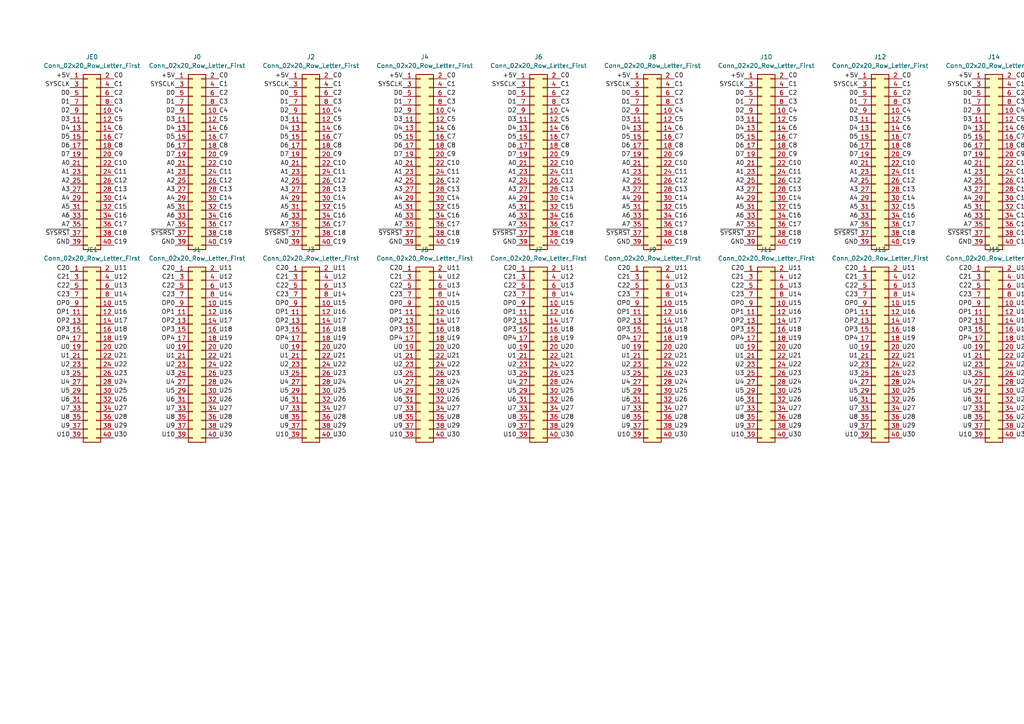
<source format=kicad_sch>
(kicad_sch (version 20230121) (generator eeschema)
  (paper "A4")
  (lib_symbols
    (symbol "Connector_Generic:Conn_02x20_Odd_Even" (pin_names (offset 1.016) hide)
      (property "Reference" "J" (at 1.27 25.4 0))
      (property "Value" "Conn_02x20_Odd_Even" (at 1.27 -27.94 0))
      (symbol "Conn_02x20_Odd_Even_1_1"
        (rectangle (start -1.27 -25.273) (end 0 -25.527) (stroke (width 0.1524)))
        (rectangle (start -1.27 -22.733) (end 0 -22.987) (stroke (width 0.1524)))
        (rectangle (start -1.27 -20.193) (end 0 -20.447) (stroke (width 0.1524)))
        (rectangle (start -1.27 -17.653) (end 0 -17.907) (stroke (width 0.1524)))
        (rectangle (start -1.27 -15.113) (end 0 -15.367) (stroke (width 0.1524)))
        (rectangle (start -1.27 -12.573) (end 0 -12.827) (stroke (width 0.1524)))
        (rectangle (start -1.27 -10.033) (end 0 -10.287) (stroke (width 0.1524)))
        (rectangle (start -1.27 -7.493) (end 0 -7.747) (stroke (width 0.1524)))
        (rectangle (start -1.27 -4.953) (end 0 -5.207) (stroke (width 0.1524)))
        (rectangle (start -1.27 -2.413) (end 0 -2.667) (stroke (width 0.1524)))
        (rectangle (start -1.27 0.127) (end 0 -0.127) (stroke (width 0.1524)))
        (rectangle (start -1.27 2.667) (end 0 2.413) (stroke (width 0.1524)))
        (rectangle (start -1.27 5.207) (end 0 4.953) (stroke (width 0.1524)))
        (rectangle (start -1.27 7.747) (end 0 7.493) (stroke (width 0.1524)))
        (rectangle (start -1.27 10.287) (end 0 10.033) (stroke (width 0.1524)))
        (rectangle (start -1.27 12.827) (end 0 12.573) (stroke (width 0.1524)))
        (rectangle (start -1.27 15.367) (end 0 15.113) (stroke (width 0.1524)))
        (rectangle (start -1.27 17.907) (end 0 17.653) (stroke (width 0.1524)))
        (rectangle (start -1.27 20.447) (end 0 20.193) (stroke (width 0.1524)))
        (rectangle (start -1.27 22.987) (end 0 22.733) (stroke (width 0.1524)))
        (rectangle (start -1.27 24.13) (end 3.81 -26.67) (stroke (width 0.254)) (fill (type background)))
        (rectangle (start 3.81 -25.273) (end 2.54 -25.527) (stroke (width 0.1524)))
        (rectangle (start 3.81 -22.733) (end 2.54 -22.987) (stroke (width 0.1524)))
        (rectangle (start 3.81 -20.193) (end 2.54 -20.447) (stroke (width 0.1524)))
        (rectangle (start 3.81 -17.653) (end 2.54 -17.907) (stroke (width 0.1524)))
        (rectangle (start 3.81 -15.113) (end 2.54 -15.367) (stroke (width 0.1524)))
        (rectangle (start 3.81 -12.573) (end 2.54 -12.827) (stroke (width 0.1524)))
        (rectangle (start 3.81 -10.033) (end 2.54 -10.287) (stroke (width 0.1524)))
        (rectangle (start 3.81 -7.493) (end 2.54 -7.747) (stroke (width 0.1524)))
        (rectangle (start 3.81 -4.953) (end 2.54 -5.207) (stroke (width 0.1524)))
        (rectangle (start 3.81 -2.413) (end 2.54 -2.667) (stroke (width 0.1524)))
        (rectangle (start 3.81 0.127) (end 2.54 -0.127) (stroke (width 0.1524)))
        (rectangle (start 3.81 2.667) (end 2.54 2.413) (stroke (width 0.1524)))
        (rectangle (start 3.81 5.207) (end 2.54 4.953) (stroke (width 0.1524)))
        (rectangle (start 3.81 7.747) (end 2.54 7.493) (stroke (width 0.1524)))
        (rectangle (start 3.81 10.287) (end 2.54 10.033) (stroke (width 0.1524)))
        (rectangle (start 3.81 12.827) (end 2.54 12.573) (stroke (width 0.1524)))
        (rectangle (start 3.81 15.367) (end 2.54 15.113) (stroke (width 0.1524)))
        (rectangle (start 3.81 17.907) (end 2.54 17.653) (stroke (width 0.1524)))
        (rectangle (start 3.81 20.447) (end 2.54 20.193) (stroke (width 0.1524)))
        (rectangle (start 3.81 22.987) (end 2.54 22.733) (stroke (width 0.1524)))
        (pin passive line (at -5.08 22.86 0) (length 3.81) (name "Pin_1") (number "1"))
        (pin passive line (at 7.62 12.7 180) (length 3.81) (name "Pin_10") (number "10"))
        (pin passive line (at -5.08 10.16 0) (length 3.81) (name "Pin_11") (number "11"))
        (pin passive line (at 7.62 10.16 180) (length 3.81) (name "Pin_12") (number "12"))
        (pin passive line (at -5.08 7.62 0) (length 3.81) (name "Pin_13") (number "13"))
        (pin passive line (at 7.62 7.62 180) (length 3.81) (name "Pin_14") (number "14"))
        (pin passive line (at -5.08 5.08 0) (length 3.81) (name "Pin_15") (number "15"))
        (pin passive line (at 7.62 5.08 180) (length 3.81) (name "Pin_16") (number "16"))
        (pin passive line (at -5.08 2.54 0) (length 3.81) (name "Pin_17") (number "17"))
        (pin passive line (at 7.62 2.54 180) (length 3.81) (name "Pin_18") (number "18"))
        (pin passive line (at -5.08 0 0) (length 3.81) (name "Pin_19") (number "19"))
        (pin passive line (at 7.62 22.86 180) (length 3.81) (name "Pin_2") (number "2"))
        (pin passive line (at 7.62 0 180) (length 3.81) (name "Pin_20") (number "20"))
        (pin passive line (at -5.08 -2.54 0) (length 3.81) (name "Pin_21") (number "21"))
        (pin passive line (at 7.62 -2.54 180) (length 3.81) (name "Pin_22") (number "22"))
        (pin passive line (at -5.08 -5.08 0) (length 3.81) (name "Pin_23") (number "23"))
        (pin passive line (at 7.62 -5.08 180) (length 3.81) (name "Pin_24") (number "24"))
        (pin passive line (at -5.08 -7.62 0) (length 3.81) (name "Pin_25") (number "25"))
        (pin passive line (at 7.62 -7.62 180) (length 3.81) (name "Pin_26") (number "26"))
        (pin passive line (at -5.08 -10.16 0) (length 3.81) (name "Pin_27") (number "27"))
        (pin passive line (at 7.62 -10.16 180) (length 3.81) (name "Pin_28") (number "28"))
        (pin passive line (at -5.08 -12.7 0) (length 3.81) (name "Pin_29") (number "29"))
        (pin passive line (at -5.08 20.32 0) (length 3.81) (name "Pin_3") (number "3"))
        (pin passive line (at 7.62 -12.7 180) (length 3.81) (name "Pin_30") (number "30"))
        (pin passive line (at -5.08 -15.24 0) (length 3.81) (name "Pin_31") (number "31"))
        (pin passive line (at 7.62 -15.24 180) (length 3.81) (name "Pin_32") (number "32"))
        (pin passive line (at -5.08 -17.78 0) (length 3.81) (name "Pin_33") (number "33"))
        (pin passive line (at 7.62 -17.78 180) (length 3.81) (name "Pin_34") (number "34"))
        (pin passive line (at -5.08 -20.32 0) (length 3.81) (name "Pin_35") (number "35"))
        (pin passive line (at 7.62 -20.32 180) (length 3.81) (name "Pin_36") (number "36"))
        (pin passive line (at -5.08 -22.86 0) (length 3.81) (name "Pin_37") (number "37"))
        (pin passive line (at 7.62 -22.86 180) (length 3.81) (name "Pin_38") (number "38"))
        (pin passive line (at -5.08 -25.4 0) (length 3.81) (name "Pin_39") (number "39"))
        (pin passive line (at 7.62 20.32 180) (length 3.81) (name "Pin_4") (number "4"))
        (pin passive line (at 7.62 -25.4 180) (length 3.81) (name "Pin_40") (number "40"))
        (pin passive line (at -5.08 17.78 0) (length 3.81) (name "Pin_5") (number "5"))
        (pin passive line (at 7.62 17.78 180) (length 3.81) (name "Pin_6") (number "6"))
        (pin passive line (at -5.08 15.24 0) (length 3.81) (name "Pin_7") (number "7"))
        (pin passive line (at 7.62 15.24 180) (length 3.81) (name "Pin_8") (number "8"))
        (pin passive line (at -5.08 12.7 0) (length 3.81) (name "Pin_9") (number "9"))
      )
    )
  )
  (label "U18" (at 228.6 96.52 0))
  (label "U26" (at 162.56 116.84 0))
  (label "OP2" (at 83.82 93.98 180))
  (label "A3" (at 20.32 55.88 180))
  (label "D7" (at 83.82 45.72 180))
  (label "A0" (at 182.88 48.26 180))
  (label "D5" (at 83.82 40.64 180))
  (label "U9" (at 83.82 124.46 180))
  (label "C22" (at 312.42 83.82 180))
  (label "C12" (at 63.5 53.34 0))
  (label "C5" (at 96.52 35.56 0))
  (label "U11" (at 129.54 78.74 0))
  (label "C12" (at 33.02 53.34 0))
  (label "C11" (at 63.5 50.8 0))
  (label "C4" (at 162.56 33.02 0))
  (label "U10" (at 281.94 127 180))
  (label "U27" (at 261.62 119.38 0))
  (label "U26" (at 228.6 116.84 0))
  (label "C10" (at 195.58 48.26 0))
  (label "U15" (at 294.64 88.9 0))
  (label "C2" (at 195.58 27.94 0))
  (label "C12" (at 195.58 53.34 0))
  (label "D4" (at 182.88 38.1 180))
  (label "D1" (at 312.42 30.48 180))
  (label "D3" (at 248.92 35.56 180))
  (label "U30" (at 129.54 127 0))
  (label "C0" (at 63.5 22.86 0))
  (label "U21" (at 261.62 104.14 0))
  (label "C9" (at 129.54 45.72 0))
  (label "C15" (at 129.54 60.96 0))
  (label "U27" (at 294.64 119.38 0))
  (label "C20" (at 182.88 78.74 180))
  (label "U30" (at 294.64 127 0))
  (label "C3" (at 325.12 30.48 0))
  (label "U19" (at 129.54 99.06 0))
  (label "U2" (at 215.9 106.68 180))
  (label "A4" (at 215.9 58.42 180))
  (label "U25" (at 33.02 114.3 0))
  (label "C13" (at 162.56 55.88 0))
  (label "A0" (at 215.9 48.26 180))
  (label "U13" (at 228.6 83.82 0))
  (label "C2" (at 63.5 27.94 0))
  (label "C15" (at 261.62 60.96 0))
  (label "C13" (at 195.58 55.88 0))
  (label "C21" (at 116.84 81.28 180))
  (label "A5" (at 83.82 60.96 180))
  (label "OP0" (at 182.88 88.9 180))
  (label "U9" (at 312.42 124.46 180))
  (label "C10" (at 63.5 48.26 0))
  (label "C21" (at 182.88 81.28 180))
  (label "OP2" (at 248.92 93.98 180))
  (label "U28" (at 33.02 121.92 0))
  (label "A0" (at 83.82 48.26 180))
  (label "U3" (at 149.86 109.22 180))
  (label "C6" (at 162.56 38.1 0))
  (label "D3" (at 182.88 35.56 180))
  (label "A6" (at 215.9 63.5 180))
  (label "A7" (at 248.92 66.04 180))
  (label "U13" (at 63.5 83.82 0))
  (label "U4" (at 312.42 111.76 180))
  (label "D7" (at 20.32 45.72 180))
  (label "U26" (at 195.58 116.84 0))
  (label "D1" (at 20.32 30.48 180))
  (label "C9" (at 195.58 45.72 0))
  (label "U1" (at 248.92 104.14 180))
  (label "A2" (at 281.94 53.34 180))
  (label "U22" (at 96.52 106.68 0))
  (label "A0" (at 20.32 48.26 180))
  (label "C13" (at 325.12 55.88 0))
  (label "C23" (at 215.9 86.36 180))
  (label "U13" (at 195.58 83.82 0))
  (label "U6" (at 215.9 116.84 180))
  (label "U25" (at 96.52 114.3 0))
  (label "U13" (at 261.62 83.82 0))
  (label "U26" (at 261.62 116.84 0))
  (label "C3" (at 63.5 30.48 0))
  (label "U26" (at 294.64 116.84 0))
  (label "C0" (at 129.54 22.86 0))
  (label "C7" (at 261.62 40.64 0))
  (label "C1" (at 96.52 25.4 0))
  (label "U14" (at 228.6 86.36 0))
  (label "C8" (at 228.6 43.18 0))
  (label "D4" (at 281.94 38.1 180))
  (label "U10" (at 149.86 127 180))
  (label "U8" (at 281.94 121.92 180))
  (label "D6" (at 83.82 43.18 180))
  (label "C2" (at 129.54 27.94 0))
  (label "C17" (at 261.62 66.04 0))
  (label "C10" (at 33.02 48.26 0))
  (label "U18" (at 261.62 96.52 0))
  (label "U13" (at 33.02 83.82 0))
  (label "SYSCLK" (at 312.42 25.4 180))
  (label "U30" (at 162.56 127 0))
  (label "+5V" (at 83.82 22.86 180))
  (label "U9" (at 248.92 124.46 180))
  (label "OP3" (at 248.92 96.52 180))
  (label "U29" (at 162.56 124.46 0))
  (label "GND" (at 312.42 71.12 180))
  (label "C8" (at 162.56 43.18 0))
  (label "~{SYSRST}" (at 20.32 68.58 180))
  (label "C8" (at 63.5 43.18 0))
  (label "U23" (at 228.6 109.22 0))
  (label "C5" (at 33.02 35.56 0))
  (label "U14" (at 96.52 86.36 0))
  (label "U4" (at 215.9 111.76 180))
  (label "C11" (at 96.52 50.8 0))
  (label "U14" (at 162.56 86.36 0))
  (label "C4" (at 129.54 33.02 0))
  (label "U16" (at 325.12 91.44 0))
  (label "D5" (at 182.88 40.64 180))
  (label "C19" (at 294.64 71.12 0))
  (label "U6" (at 312.42 116.84 180))
  (label "U19" (at 33.02 99.06 0))
  (label "U29" (at 63.5 124.46 0))
  (label "C17" (at 129.54 66.04 0))
  (label "U7" (at 281.94 119.38 180))
  (label "U25" (at 261.62 114.3 0))
  (label "~{SYSRST}" (at 50.8 68.58 180))
  (label "A3" (at 50.8 55.88 180))
  (label "A2" (at 248.92 53.34 180))
  (label "C8" (at 96.52 43.18 0))
  (label "+5V" (at 248.92 22.86 180))
  (label "U1" (at 116.84 104.14 180))
  (label "A1" (at 50.8 50.8 180))
  (label "C1" (at 33.02 25.4 0))
  (label "A2" (at 20.32 53.34 180))
  (label "C1" (at 162.56 25.4 0))
  (label "OP0" (at 50.8 88.9 180))
  (label "U19" (at 325.12 99.06 0))
  (label "U23" (at 294.64 109.22 0))
  (label "C18" (at 228.6 68.58 0))
  (label "C3" (at 96.52 30.48 0))
  (label "U3" (at 182.88 109.22 180))
  (label "C9" (at 162.56 45.72 0))
  (label "C0" (at 33.02 22.86 0))
  (label "A6" (at 149.86 63.5 180))
  (label "C15" (at 162.56 60.96 0))
  (label "D2" (at 248.92 33.02 180))
  (label "D1" (at 50.8 30.48 180))
  (label "U21" (at 63.5 104.14 0))
  (label "U4" (at 83.82 111.76 180))
  (label "U16" (at 195.58 91.44 0))
  (label "A6" (at 182.88 63.5 180))
  (label "U28" (at 261.62 121.92 0))
  (label "U4" (at 149.86 111.76 180))
  (label "U16" (at 96.52 91.44 0))
  (label "C12" (at 261.62 53.34 0))
  (label "C14" (at 325.12 58.42 0))
  (label "U22" (at 33.02 106.68 0))
  (label "C6" (at 195.58 38.1 0))
  (label "U4" (at 182.88 111.76 180))
  (label "C18" (at 294.64 68.58 0))
  (label "C11" (at 228.6 50.8 0))
  (label "C1" (at 228.6 25.4 0))
  (label "C22" (at 20.32 83.82 180))
  (label "U20" (at 261.62 101.6 0))
  (label "U14" (at 33.02 86.36 0))
  (label "U17" (at 129.54 93.98 0))
  (label "U14" (at 63.5 86.36 0))
  (label "C8" (at 195.58 43.18 0))
  (label "OP4" (at 20.32 99.06 180))
  (label "U9" (at 182.88 124.46 180))
  (label "A3" (at 182.88 55.88 180))
  (label "U22" (at 325.12 106.68 0))
  (label "D2" (at 281.94 33.02 180))
  (label "U16" (at 162.56 91.44 0))
  (label "C10" (at 96.52 48.26 0))
  (label "U18" (at 294.64 96.52 0))
  (label "SYSCLK" (at 20.32 25.4 180))
  (label "C21" (at 50.8 81.28 180))
  (label "U29" (at 195.58 124.46 0))
  (label "A4" (at 248.92 58.42 180))
  (label "C6" (at 228.6 38.1 0))
  (label "A3" (at 281.94 55.88 180))
  (label "SYSCLK" (at 83.82 25.4 180))
  (label "C20" (at 312.42 78.74 180))
  (label "C13" (at 63.5 55.88 0))
  (label "U12" (at 96.52 81.28 0))
  (label "C19" (at 33.02 71.12 0))
  (label "A3" (at 248.92 55.88 180))
  (label "D4" (at 248.92 38.1 180))
  (label "C16" (at 228.6 63.5 0))
  (label "U27" (at 325.12 119.38 0))
  (label "D4" (at 116.84 38.1 180))
  (label "A1" (at 20.32 50.8 180))
  (label "A6" (at 50.8 63.5 180))
  (label "U27" (at 129.54 119.38 0))
  (label "A3" (at 83.82 55.88 180))
  (label "U20" (at 228.6 101.6 0))
  (label "C18" (at 33.02 68.58 0))
  (label "C16" (at 96.52 63.5 0))
  (label "+5V" (at 20.32 22.86 180))
  (label "U3" (at 248.92 109.22 180))
  (label "C23" (at 83.82 86.36 180))
  (label "D7" (at 312.42 45.72 180))
  (label "GND" (at 215.9 71.12 180))
  (label "U25" (at 325.12 114.3 0))
  (label "U5" (at 312.42 114.3 180))
  (label "U29" (at 325.12 124.46 0))
  (label "U24" (at 33.02 111.76 0))
  (label "D6" (at 182.88 43.18 180))
  (label "U23" (at 129.54 109.22 0))
  (label "C1" (at 294.64 25.4 0))
  (label "C15" (at 228.6 60.96 0))
  (label "C9" (at 294.64 45.72 0))
  (label "C16" (at 195.58 63.5 0))
  (label "C13" (at 96.52 55.88 0))
  (label "OP4" (at 248.92 99.06 180))
  (label "U0" (at 215.9 101.6 180))
  (label "C11" (at 325.12 50.8 0))
  (label "C23" (at 50.8 86.36 180))
  (label "OP4" (at 215.9 99.06 180))
  (label "U11" (at 63.5 78.74 0))
  (label "C5" (at 325.12 35.56 0))
  (label "D0" (at 20.32 27.94 180))
  (label "U23" (at 63.5 109.22 0))
  (label "C19" (at 261.62 71.12 0))
  (label "C9" (at 33.02 45.72 0))
  (label "U5" (at 215.9 114.3 180))
  (label "C5" (at 162.56 35.56 0))
  (label "C16" (at 294.64 63.5 0))
  (label "C2" (at 261.62 27.94 0))
  (label "A5" (at 248.92 60.96 180))
  (label "U8" (at 248.92 121.92 180))
  (label "D1" (at 248.92 30.48 180))
  (label "C7" (at 96.52 40.64 0))
  (label "C0" (at 261.62 22.86 0))
  (label "C16" (at 33.02 63.5 0))
  (label "U14" (at 325.12 86.36 0))
  (label "OP1" (at 312.42 91.44 180))
  (label "A5" (at 50.8 60.96 180))
  (label "D1" (at 215.9 30.48 180))
  (label "U27" (at 228.6 119.38 0))
  (label "OP3" (at 149.86 96.52 180))
  (label "C2" (at 325.12 27.94 0))
  (label "U15" (at 261.62 88.9 0))
  (label "A2" (at 50.8 53.34 180))
  (label "D6" (at 50.8 43.18 180))
  (label "U30" (at 228.6 127 0))
  (label "OP3" (at 182.88 96.52 180))
  (label "U2" (at 50.8 106.68 180))
  (label "C0" (at 195.58 22.86 0))
  (label "U22" (at 261.62 106.68 0))
  (label "U15" (at 228.6 88.9 0))
  (label "U19" (at 261.62 99.06 0))
  (label "U28" (at 129.54 121.92 0))
  (label "C5" (at 63.5 35.56 0))
  (label "D4" (at 312.42 38.1 180))
  (label "C11" (at 261.62 50.8 0))
  (label "D1" (at 149.86 30.48 180))
  (label "D7" (at 182.88 45.72 180))
  (label "C14" (at 294.64 58.42 0))
  (label "C22" (at 50.8 83.82 180))
  (label "U26" (at 33.02 116.84 0))
  (label "U9" (at 149.86 124.46 180))
  (label "C14" (at 96.52 58.42 0))
  (label "+5V" (at 215.9 22.86 180))
  (label "A2" (at 215.9 53.34 180))
  (label "C19" (at 195.58 71.12 0))
  (label "C14" (at 162.56 58.42 0))
  (label "A2" (at 182.88 53.34 180))
  (label "C7" (at 294.64 40.64 0))
  (label "A6" (at 20.32 63.5 180))
  (label "C18" (at 195.58 68.58 0))
  (label "U23" (at 195.58 109.22 0))
  (label "C20" (at 83.82 78.74 180))
  (label "C21" (at 215.9 81.28 180))
  (label "U1" (at 83.82 104.14 180))
  (label "OP0" (at 248.92 88.9 180))
  (label "C8" (at 294.64 43.18 0))
  (label "U21" (at 129.54 104.14 0))
  (label "C3" (at 228.6 30.48 0))
  (label "C16" (at 63.5 63.5 0))
  (label "OP4" (at 281.94 99.06 180))
  (label "C22" (at 116.84 83.82 180))
  (label "U18" (at 325.12 96.52 0))
  (label "U23" (at 96.52 109.22 0))
  (label "U9" (at 50.8 124.46 180))
  (label "OP0" (at 116.84 88.9 180))
  (label "U29" (at 96.52 124.46 0))
  (label "U1" (at 182.88 104.14 180))
  (label "U11" (at 33.02 78.74 0))
  (label "C4" (at 33.02 33.02 0))
  (label "C12" (at 325.12 53.34 0))
  (label "~{SYSRST}" (at 116.84 68.58 180))
  (label "U22" (at 228.6 106.68 0))
  (label "C11" (at 294.64 50.8 0))
  (label "U13" (at 162.56 83.82 0))
  (label "U29" (at 294.64 124.46 0))
  (label "U2" (at 281.94 106.68 180))
  (label "D0" (at 215.9 27.94 180))
  (label "C6" (at 129.54 38.1 0))
  (label "U12" (at 325.12 81.28 0))
  (label "D1" (at 83.82 30.48 180))
  (label "C18" (at 96.52 68.58 0))
  (label "D6" (at 312.42 43.18 180))
  (label "U11" (at 228.6 78.74 0))
  (label "U15" (at 129.54 88.9 0))
  (label "A7" (at 182.88 66.04 180))
  (label "C4" (at 325.12 33.02 0))
  (label "U24" (at 195.58 111.76 0))
  (label "C15" (at 33.02 60.96 0))
  (label "OP0" (at 20.32 88.9 180))
  (label "SYSCLK" (at 215.9 25.4 180))
  (label "OP1" (at 215.9 91.44 180))
  (label "C17" (at 228.6 66.04 0))
  (label "OP1" (at 50.8 91.44 180))
  (label "U30" (at 96.52 127 0))
  (label "U3" (at 281.94 109.22 180))
  (label "C15" (at 195.58 60.96 0))
  (label "D2" (at 182.88 33.02 180))
  (label "A7" (at 149.86 66.04 180))
  (label "C23" (at 182.88 86.36 180))
  (label "D0" (at 149.86 27.94 180))
  (label "U12" (at 63.5 81.28 0))
  (label "U10" (at 20.32 127 180))
  (label "U5" (at 116.84 114.3 180))
  (label "U13" (at 325.12 83.82 0))
  (label "U12" (at 129.54 81.28 0))
  (label "C19" (at 228.6 71.12 0))
  (label "U18" (at 195.58 96.52 0))
  (label "D5" (at 281.94 40.64 180))
  (label "D3" (at 215.9 35.56 180))
  (label "OP2" (at 215.9 93.98 180))
  (label "U18" (at 129.54 96.52 0))
  (label "U22" (at 129.54 106.68 0))
  (label "C4" (at 228.6 33.02 0))
  (label "U21" (at 33.02 104.14 0))
  (label "A2" (at 149.86 53.34 180))
  (label "OP0" (at 83.82 88.9 180))
  (label "~{SYSRST}" (at 83.82 68.58 180))
  (label "U19" (at 96.52 99.06 0))
  (label "U17" (at 33.02 93.98 0))
  (label "C2" (at 96.52 27.94 0))
  (label "U16" (at 228.6 91.44 0))
  (label "C18" (at 325.12 68.58 0))
  (label "U6" (at 50.8 116.84 180))
  (label "C22" (at 83.82 83.82 180))
  (label "C3" (at 261.62 30.48 0))
  (label "C21" (at 312.42 81.28 180))
  (label "U19" (at 228.6 99.06 0))
  (label "U5" (at 149.86 114.3 180))
  (label "+5V" (at 116.84 22.86 180))
  (label "C22" (at 182.88 83.82 180))
  (label "D4" (at 83.82 38.1 180))
  (label "U25" (at 63.5 114.3 0))
  (label "D5" (at 116.84 40.64 180))
  (label "D3" (at 312.42 35.56 180))
  (label "A1" (at 149.86 50.8 180))
  (label "D2" (at 312.42 33.02 180))
  (label "OP2" (at 50.8 93.98 180))
  (label "C2" (at 294.64 27.94 0))
  (label "A4" (at 281.94 58.42 180))
  (label "U16" (at 129.54 91.44 0))
  (label "U6" (at 182.88 116.84 180))
  (label "U24" (at 325.12 111.76 0))
  (label "U23" (at 33.02 109.22 0))
  (label "U7" (at 312.42 119.38 180))
  (label "U16" (at 261.62 91.44 0))
  (label "U21" (at 228.6 104.14 0))
  (label "D3" (at 20.32 35.56 180))
  (label "C8" (at 129.54 43.18 0))
  (label "A6" (at 281.94 63.5 180))
  (label "D0" (at 248.92 27.94 180))
  (label "C16" (at 325.12 63.5 0))
  (label "D0" (at 281.94 27.94 180))
  (label "C20" (at 20.32 78.74 180))
  (label "A7" (at 20.32 66.04 180))
  (label "A4" (at 149.86 58.42 180))
  (label "C0" (at 325.12 22.86 0))
  (label "U26" (at 325.12 116.84 0))
  (label "D5" (at 20.32 40.64 180))
  (label "D7" (at 215.9 45.72 180))
  (label "C14" (at 228.6 58.42 0))
  (label "U3" (at 50.8 109.22 180))
  (label "U3" (at 83.82 109.22 180))
  (label "D4" (at 149.86 38.1 180))
  (label "U17" (at 162.56 93.98 0))
  (label "SYSCLK" (at 116.84 25.4 180))
  (label "A6" (at 116.84 63.5 180))
  (label "C17" (at 63.5 66.04 0))
  (label "U25" (at 294.64 114.3 0))
  (label "U5" (at 182.88 114.3 180))
  (label "C16" (at 129.54 63.5 0))
  (label "+5V" (at 149.86 22.86 180))
  (label "C6" (at 294.64 38.1 0))
  (label "U4" (at 50.8 111.76 180))
  (label "D2" (at 116.84 33.02 180))
  (label "C4" (at 195.58 33.02 0))
  (label "A6" (at 312.42 63.5 180))
  (label "C4" (at 294.64 33.02 0))
  (label "U12" (at 294.64 81.28 0))
  (label "U5" (at 281.94 114.3 180))
  (label "U20" (at 195.58 101.6 0))
  (label "A4" (at 312.42 58.42 180))
  (label "U24" (at 294.64 111.76 0))
  (label "OP1" (at 116.84 91.44 180))
  (label "C10" (at 261.62 48.26 0))
  (label "D0" (at 83.82 27.94 180))
  (label "C14" (at 33.02 58.42 0))
  (label "A4" (at 50.8 58.42 180))
  (label "U30" (at 195.58 127 0))
  (label "A2" (at 116.84 53.34 180))
  (label "C0" (at 294.64 22.86 0))
  (label "C5" (at 261.62 35.56 0))
  (label "A4" (at 83.82 58.42 180))
  (label "U30" (at 33.02 127 0))
  (label "OP2" (at 281.94 93.98 180))
  (label "SYSCLK" (at 50.8 25.4 180))
  (label "C23" (at 248.92 86.36 180))
  (label "U22" (at 294.64 106.68 0))
  (label "OP3" (at 312.42 96.52 180))
  (label "U27" (at 195.58 119.38 0))
  (label "U27" (at 33.02 119.38 0))
  (label "C13" (at 129.54 55.88 0))
  (label "U26" (at 129.54 116.84 0))
  (label "U19" (at 162.56 99.06 0))
  (label "U15" (at 33.02 88.9 0))
  (label "U4" (at 116.84 111.76 180))
  (label "GND" (at 20.32 71.12 180))
  (label "C5" (at 294.64 35.56 0))
  (label "C6" (at 261.62 38.1 0))
  (label "OP2" (at 149.86 93.98 180))
  (label "C20" (at 281.94 78.74 180))
  (label "OP1" (at 149.86 91.44 180))
  (label "C9" (at 228.6 45.72 0))
  (label "U0" (at 281.94 101.6 180))
  (label "U29" (at 33.02 124.46 0))
  (label "D2" (at 215.9 33.02 180))
  (label "C14" (at 63.5 58.42 0))
  (label "C1" (at 63.5 25.4 0))
  (label "OP1" (at 281.94 91.44 180))
  (label "C13" (at 261.62 55.88 0))
  (label "U10" (at 83.82 127 180))
  (label "OP3" (at 116.84 96.52 180))
  (label "D7" (at 149.86 45.72 180))
  (label "C23" (at 312.42 86.36 180))
  (label "OP1" (at 182.88 91.44 180))
  (label "SYSCLK" (at 281.94 25.4 180))
  (label "GND" (at 50.8 71.12 180))
  (label "GND" (at 281.94 71.12 180))
  (label "A7" (at 215.9 66.04 180))
  (label "C15" (at 325.12 60.96 0))
  (label "U25" (at 162.56 114.3 0))
  (label "U6" (at 248.92 116.84 180))
  (label "U22" (at 195.58 106.68 0))
  (label "OP3" (at 50.8 96.52 180))
  (label "U20" (at 96.52 101.6 0))
  (label "C12" (at 228.6 53.34 0))
  (label "U28" (at 325.12 121.92 0))
  (label "A4" (at 116.84 58.42 180))
  (label "U10" (at 215.9 127 180))
  (label "U0" (at 182.88 101.6 180))
  (label "D5" (at 149.86 40.64 180))
  (label "U28" (at 195.58 121.92 0))
  (label "D7" (at 116.84 45.72 180))
  (label "A3" (at 312.42 55.88 180))
  (label "U14" (at 129.54 86.36 0))
  (label "U24" (at 228.6 111.76 0))
  (label "U7" (at 83.82 119.38 180))
  (label "U12" (at 228.6 81.28 0))
  (label "C6" (at 325.12 38.1 0))
  (label "C0" (at 96.52 22.86 0))
  (label "U11" (at 96.52 78.74 0))
  (label "D3" (at 281.94 35.56 180))
  (label "OP0" (at 281.94 88.9 180))
  (label "U26" (at 63.5 116.84 0))
  (label "C18" (at 261.62 68.58 0))
  (label "C6" (at 96.52 38.1 0))
  (label "D6" (at 281.94 43.18 180))
  (label "C10" (at 228.6 48.26 0))
  (label "U27" (at 162.56 119.38 0))
  (label "U30" (at 261.62 127 0))
  (label "U6" (at 83.82 116.84 180))
  (label "A3" (at 149.86 55.88 180))
  (label "A0" (at 281.94 48.26 180))
  (label "C13" (at 33.02 55.88 0))
  (label "D6" (at 215.9 43.18 180))
  (label "OP4" (at 182.88 99.06 180))
  (label "D6" (at 116.84 43.18 180))
  (label "C5" (at 195.58 35.56 0))
  (label "U10" (at 248.92 127 180))
  (label "U16" (at 294.64 91.44 0))
  (label "A0" (at 248.92 48.26 180))
  (label "D4" (at 50.8 38.1 180))
  (label "U29" (at 129.54 124.46 0))
  (label "C13" (at 294.64 55.88 0))
  (label "U21" (at 195.58 104.14 0))
  (label "D3" (at 50.8 35.56 180))
  (label "U17" (at 228.6 93.98 0))
  (label "OP0" (at 312.42 88.9 180))
  (label "~{SYSRST}" (at 248.92 68.58 180))
  (label "A5" (at 182.88 60.96 180))
  (label "U23" (at 162.56 109.22 0))
  (label "C10" (at 129.54 48.26 0))
  (label "D3" (at 116.84 35.56 180))
  (label "OP4" (at 50.8 99.06 180))
  (label "U30" (at 325.12 127 0))
  (label "C21" (at 20.32 81.28 180))
  (label "U15" (at 96.52 88.9 0))
  (label "OP4" (at 149.86 99.06 180))
  (label "U8" (at 215.9 121.92 180))
  (label "U1" (at 281.94 104.14 180))
  (label "U14" (at 294.64 86.36 0))
  (label "U1" (at 312.42 104.14 180))
  (label "A6" (at 248.92 63.5 180))
  (label "C11" (at 129.54 50.8 0))
  (label "C1" (at 129.54 25.4 0))
  (label "C10" (at 294.64 48.26 0))
  (label "U8" (at 149.86 121.92 180))
  (label "C19" (at 96.52 71.12 0))
  (label "U10" (at 182.88 127 180))
  (label "U2" (at 20.32 106.68 180))
  (label "U14" (at 261.62 86.36 0))
  (label "OP3" (at 20.32 96.52 180))
  (label "U9" (at 281.94 124.46 180))
  (label "U18" (at 162.56 96.52 0))
  (label "C7" (at 129.54 40.64 0))
  (label "C7" (at 162.56 40.64 0))
  (label "GND" (at 182.88 71.12 180))
  (label "C17" (at 325.12 66.04 0))
  (label "C19" (at 63.5 71.12 0))
  (label "C7" (at 228.6 40.64 0))
  (label "C22" (at 248.92 83.82 180))
  (label "C3" (at 294.64 30.48 0))
  (label "D7" (at 248.92 45.72 180))
  (label "U25" (at 228.6 114.3 0))
  (label "U5" (at 50.8 114.3 180))
  (label "C20" (at 50.8 78.74 180))
  (label "C6" (at 33.02 38.1 0))
  (label "U3" (at 20.32 109.22 180))
  (label "U17" (at 294.64 93.98 0))
  (label "OP4" (at 83.82 99.06 180))
  (label "U17" (at 63.5 93.98 0))
  (label "C23" (at 149.86 86.36 180))
  (label "U21" (at 96.52 104.14 0))
  (label "U3" (at 116.84 109.22 180))
  (label "C11" (at 162.56 50.8 0))
  (label "C19" (at 325.12 71.12 0))
  (label "C7" (at 33.02 40.64 0))
  (label "C7" (at 195.58 40.64 0))
  (label "U13" (at 129.54 83.82 0))
  (label "C3" (at 33.02 30.48 0))
  (label "C18" (at 129.54 68.58 0))
  (label "U20" (at 294.64 101.6 0))
  (label "U9" (at 215.9 124.46 180))
  (label "OP2" (at 182.88 93.98 180))
  (label "C7" (at 63.5 40.64 0))
  (label "U19" (at 63.5 99.06 0))
  (label "+5V" (at 182.88 22.86 180))
  (label "U28" (at 63.5 121.92 0))
  (label "U29" (at 228.6 124.46 0))
  (label "+5V" (at 281.94 22.86 180))
  (label "OP2" (at 20.32 93.98 180))
  (label "U10" (at 312.42 127 180))
  (label "C9" (at 325.12 45.72 0))
  (label "U20" (at 63.5 101.6 0))
  (label "U24" (at 96.52 111.76 0))
  (label "C12" (at 96.52 53.34 0))
  (label "C13" (at 228.6 55.88 0))
  (label "C20" (at 116.84 78.74 180))
  (label "U8" (at 50.8 121.92 180))
  (label "U16" (at 63.5 91.44 0))
  (label "U2" (at 116.84 106.68 180))
  (label "D1" (at 182.88 30.48 180))
  (label "U2" (at 248.92 106.68 180))
  (label "OP4" (at 312.42 99.06 180))
  (label "C9" (at 63.5 45.72 0))
  (label "A7" (at 116.84 66.04 180))
  (label "U7" (at 116.84 119.38 180))
  (label "U24" (at 162.56 111.76 0))
  (label "OP3" (at 281.94 96.52 180))
  (label "U0" (at 149.86 101.6 180))
  (label "D1" (at 116.84 30.48 180))
  (label "U27" (at 63.5 119.38 0))
  (label "C16" (at 162.56 63.5 0))
  (label "U28" (at 162.56 121.92 0))
  (label "U23" (at 325.12 109.22 0))
  (label "U18" (at 33.02 96.52 0))
  (label "U18" (at 63.5 96.52 0))
  (label "~{SYSRST}" (at 215.9 68.58 180))
  (label "C22" (at 215.9 83.82 180))
  (label "C12" (at 294.64 53.34 0))
  (label "U6" (at 20.32 116.84 180))
  (label "D2" (at 20.32 33.02 180))
  (label "U13" (at 294.64 83.82 0))
  (label "U27" (at 96.52 119.38 0))
  (label "U6" (at 281.94 116.84 180))
  (label "A7" (at 281.94 66.04 180))
  (label "D7" (at 281.94 45.72 180))
  (label "C4" (at 63.5 33.02 0))
  (label "OP0" (at 215.9 88.9 180))
  (label "C18" (at 162.56 68.58 0))
  (label "A1" (at 182.88 50.8 180))
  (label "U16" (at 33.02 91.44 0))
  (label "U11" (at 162.56 78.74 0))
  (label "U0" (at 116.84 101.6 180))
  (label "A0" (at 149.86 48.26 180))
  (label "U21" (at 325.12 104.14 0))
  (label "U0" (at 83.82 101.6 180))
  (label "D0" (at 116.84 27.94 180))
  (label "U25" (at 129.54 114.3 0))
  (label "C17" (at 96.52 66.04 0))
  (label "C23" (at 20.32 86.36 180))
  (label "C15" (at 63.5 60.96 0))
  (label "C10" (at 325.12 48.26 0))
  (label "C19" (at 162.56 71.12 0))
  (label "U15" (at 325.12 88.9 0))
  (label "C7" (at 325.12 40.64 0))
  (label "U5" (at 20.32 114.3 180))
  (label "C20" (at 248.92 78.74 180))
  (label "C17" (at 162.56 66.04 0))
  (label "C2" (at 162.56 27.94 0))
  (label "C14" (at 261.62 58.42 0))
  (label "U8" (at 83.82 121.92 180))
  (label "C1" (at 325.12 25.4 0))
  (label "U1" (at 50.8 104.14 180))
  (label "C21" (at 83.82 81.28 180))
  (label "D2" (at 50.8 33.02 180))
  (label "U12" (at 261.62 81.28 0))
  (label "A3" (at 116.84 55.88 180))
  (label "C9" (at 261.62 45.72 0))
  (label "U12" (at 195.58 81.28 0))
  (label "U17" (at 325.12 93.98 0))
  (label "U21" (at 294.64 104.14 0))
  (label "C12" (at 129.54 53.34 0))
  (label "U7" (at 248.92 119.38 180))
  (label "A4" (at 20.32 58.42 180))
  (label "GND" (at 248.92 71.12 180))
  (label "U1" (at 20.32 104.14 180))
  (label "D4" (at 215.9 38.1 180))
  (label "U4" (at 281.94 111.76 180))
  (label "U17" (at 195.58 93.98 0))
  (label "A0" (at 116.84 48.26 180))
  (label "A6" (at 83.82 63.5 180))
  (label "GND" (at 83.82 71.12 180))
  (label "U15" (at 195.58 88.9 0))
  (label "D3" (at 149.86 35.56 180))
  (label "U11" (at 261.62 78.74 0))
  (label "C21" (at 149.86 81.28 180))
  (label "D2" (at 83.82 33.02 180))
  (label "C8" (at 33.02 43.18 0))
  (label "U0" (at 248.92 101.6 180))
  (label "~{SYSRST}" (at 281.94 68.58 180))
  (label "U10" (at 50.8 127 180))
  (label "C6" (at 63.5 38.1 0))
  (label "C21" (at 281.94 81.28 180))
  (label "D1" (at 281.94 30.48 180))
  (label "GND" (at 149.86 71.12 180))
  (label "~{SYSRST}" (at 312.42 68.58 180))
  (label "A5" (at 149.86 60.96 180))
  (label "C2" (at 228.6 27.94 0))
  (label "C1" (at 195.58 25.4 0))
  (label "C8" (at 325.12 43.18 0))
  (label "A1" (at 116.84 50.8 180))
  (label "D7" (at 50.8 45.72 180))
  (label "OP2" (at 116.84 93.98 180))
  (label "C5" (at 129.54 35.56 0))
  (label "C17" (at 294.64 66.04 0))
  (label "OP1" (at 248.92 91.44 180))
  (label "U2" (at 83.82 106.68 180))
  (label "C11" (at 33.02 50.8 0))
  (label "OP2" (at 312.42 93.98 180))
  (label "D2" (at 149.86 33.02 180))
  (label "A1" (at 215.9 50.8 180))
  (label "D6" (at 248.92 43.18 180))
  (label "A0" (at 312.42 48.26 180))
  (label "OP1" (at 20.32 91.44 180))
  (label "A5" (at 215.9 60.96 180))
  (label "C9" (at 96.52 45.72 0))
  (label "C23" (at 281.94 86.36 180))
  (label "U8" (at 116.84 121.92 180))
  (label "D5" (at 50.8 40.64 180))
  (label "A7" (at 83.82 66.04 180))
  (label "U23" (at 261.62 109.22 0))
  (label "+5V" (at 312.42 22.86 180))
  (label "U8" (at 20.32 121.92 180))
  (label "C23" (at 116.84 86.36 180))
  (label "C5" (at 228.6 35.56 0))
  (label "U2" (at 149.86 106.68 180))
  (label "U14" (at 195.58 86.36 0))
  (label "A2" (at 312.42 53.34 180))
  (label "U19" (at 294.64 99.06 0))
  (label "A5" (at 20.32 60.96 180))
  (label "~{SYSRST}" (at 149.86 68.58 180))
  (label "U7" (at 182.88 119.38 180))
  (label "U0" (at 50.8 101.6 180))
  (label "U24" (at 261.62 111.76 0))
  (label "U19" (at 195.58 99.06 0))
  (label "C19" (at 129.54 71.12 0))
  (label "U11" (at 195.58 78.74 0))
  (label "C15" (at 96.52 60.96 0))
  (label "U4" (at 20.32 111.76 180))
  (label "C10" (at 162.56 48.26 0))
  (label "A2" (at 83.82 53.34 180))
  (label "A5" (at 312.42 60.96 180))
  (label "D3" (at 83.82 35.56 180))
  (label "C21" (at 248.92 81.28 180))
  (label "U26" (at 96.52 116.84 0))
  (label "GND" (at 116.84 71.12 180))
  (label "OP1" (at 83.82 91.44 180))
  (label "U24" (at 129.54 111.76 0))
  (label "U12" (at 33.02 81.28 0))
  (label "U28" (at 96.52 121.92 0))
  (label "A1" (at 312.42 50.8 180))
  (label "U10" (at 116.84 127 180))
  (label "U4" (at 248.92 111.76 180))
  (label "U7" (at 215.9 119.38 180))
  (label "U28" (at 228.6 121.92 0))
  (label "+5V" (at 50.8 22.86 180))
  (label "U8" (at 312.42 121.92 180))
  (label "C12" (at 162.56 53.34 0))
  (label "U2" (at 182.88 106.68 180))
  (label "C20" (at 149.86 78.74 180))
  (label "C14" (at 195.58 58.42 0))
  (label "A1" (at 248.92 50.8 180))
  (label "C0" (at 228.6 22.86 0))
  (label "C8" (at 261.62 43.18 0))
  (label "U17" (at 261.62 93.98 0))
  (label "U5" (at 248.92 114.3 180))
  (label "U0" (at 20.32 101.6 180))
  (label "U11" (at 325.12 78.74 0))
  (label "C15" (at 294.64 60.96 0))
  (label "U17" (at 96.52 93.98 0))
  (label "U24" (at 63.5 111.76 0))
  (label "A4" (at 182.88 58.42 180))
  (label "SYSCLK" (at 182.88 25.4 180))
  (label "~{SYSRST}" (at 182.88 68.58 180))
  (label "C17" (at 33.02 66.04 0))
  (label "U6" (at 116.84 116.84 180))
  (label "U22" (at 63.5 106.68 0))
  (label "D5" (at 312.42 40.64 180))
  (label "C3" (at 162.56 30.48 0))
  (label "U9" (at 20.32 124.46 180))
  (label "SYSCLK" (at 149.86 25.4 180))
  (label "C18" (at 63.5 68.58 0))
  (label "C22" (at 149.86 83.82 180))
  (label "A3" (at 215.9 55.88 180))
  (label "U5" (at 83.82 114.3 180))
  (label "U0" (at 312.42 101.6 180))
  (label "C22" (at 281.94 83.82 180))
  (label "D6" (at 20.32 43.18 180))
  (label "U9" (at 116.84 124.46 180))
  (label "U6" (at 149.86 116.84 180))
  (label "D0" (at 50.8 27.94 180))
  (label "OP3" (at 215.9 96.52 180))
  (label "U29" (at 261.62 124.46 0))
  (label "U8" (at 182.88 121.92 180))
  (label "OP0" (at 149.86 88.9 180))
  (label "U7" (at 50.8 119.38 180))
  (label "A5" (at 116.84 60.96 180))
  (label "D4" (at 20.32 38.1 180))
  (label "U13" (at 96.52 83.82 0))
  (label "C17" (at 195.58 66.04 0))
  (label "U18" (at 96.52 96.52 0))
  (label "U3" (at 312.42 109.22 180))
  (label "U20" (at 129.54 101.6 0))
  (label "D5" (at 248.92 40.64 180))
  (label "A7" (at 50.8 66.04 180))
  (label "C0" (at 162.56 22.86 0))
  (label "U22" (at 162.56 106.68 0))
  (label "D0" (at 312.42 27.94 180))
  (label "U1" (at 215.9 104.14 180))
  (label "C1" (at 261.62 25.4 0))
  (label "D5" (at 215.9 40.64 180))
  (label "U20" (at 162.56 101.6 0))
  (label "U2" (at 312.42 106.68 180))
  (label "A0" (at 50.8 48.26 180))
  (label "C11" (at 195.58 50.8 0))
  (label "C3" (at 129.54 30.48 0))
  (label "U7" (at 149.86 119.38 180))
  (label "U3" (at 215.9 109.22 180))
  (label "U12" (at 162.56 81.28 0))
  (label "U15" (at 162.56 88.9 0))
  (label "C20" (at 215.9 78.74 180))
  (label "U20" (at 33.02 101.6 0))
  (label "U11" (at 294.64 78.74 0))
  (label "U1" (at 149.86 104.14 180))
  (label "U15" (at 63.5 88.9 0))
  (label "A5" (at 281.94 60.96 180))
  (label "A1" (at 83.82 50.8 180))
  (label "U30" (at 63.5 127 0))
  (label "D0" (at 182.88 27.94 180))
  (label "U7" (at 20.32 119.38 180))
  (label "C16" (at 261.62 63.5 0))
  (label "U21" (at 162.56 104.14 0))
  (label "U20" (at 325.12 101.6 0))
  (label "C14" (at 129.54 58.42 0))
  (label "OP4" (at 116.84 99.06 180))
  (label "U25" (at 195.58 114.3 0))
  (label "SYSCLK" (at 248.92 25.4 180))
  (label "C4" (at 96.52 33.02 0))
  (label "C3" (at 195.58 30.48 0))
  (label "D6" (at 149.86 43.18 180))
  (label "A1" (at 281.94 50.8 180))
  (label "C2" (at 33.02 27.94 0))
  (label "A7" (at 312.42 66.04 180))
  (label "C4" (at 261.62 33.02 0))
  (label "OP3" (at 83.82 96.52 180))
  (label "U28" (at 294.64 121.92 0))
  (symbol (lib_id "Connector_Generic:Conn_02x20_Odd_Even") (at 55.88 45.72 0) (unit 1)
    (property "Reference" "J0" (at 57.15 16.51 0))
    (property "Value" "Conn_02x20_Row_Letter_First" (at 57.15 19.05 0))
    (property "Footprint" "Connector_PinSocket_2.54mm:PinSocket_2x20_P2.54mm_Vertical" (effects hide))
  )
  (symbol (lib_id "Connector_Generic:Conn_02x20_Odd_Even") (at 287.02 45.72 0) (unit 1)
    (property "Reference" "J14" (at 288.29 16.51 0))
    (property "Value" "Conn_02x20_Row_Letter_First" (at 288.29 19.05 0))
    (property "Footprint" "Connector_PinSocket_2.54mm:PinSocket_2x20_P2.54mm_Vertical" (effects hide))
  )
  (symbol (lib_id "Connector_Generic:Conn_02x20_Odd_Even") (at 220.98 45.72 0) (unit 1)
    (property "Reference" "J10" (at 222.25 16.51 0))
    (property "Value" "Conn_02x20_Row_Letter_First" (at 222.25 19.05 0))
    (property "Footprint" "Connector_PinSocket_2.54mm:PinSocket_2x20_P2.54mm_Vertical" (effects hide))
  )
  (symbol (lib_id "Connector_Generic:Conn_02x20_Odd_Even") (at 154.94 45.72 0) (unit 1)
    (property "Reference" "J6" (at 156.21 16.51 0))
    (property "Value" "Conn_02x20_Row_Letter_First" (at 156.21 19.05 0))
    (property "Footprint" "Connector_PinSocket_2.54mm:PinSocket_2x20_P2.54mm_Vertical" (effects hide))
  )
  (symbol (lib_id "Connector_Generic:Conn_02x20_Odd_Even") (at 55.88 101.6 0) (unit 1)
    (property "Reference" "J1" (at 57.15 72.39 0))
    (property "Value" "Conn_02x20_Row_Letter_First" (at 57.15 74.93 0))
    (property "Footprint" "Connector_PinSocket_2.54mm:PinSocket_2x20_P2.54mm_Vertical" (effects hide))
  )
  (symbol (lib_id "Connector_Generic:Conn_02x20_Odd_Even") (at 254 101.6 0) (unit 1)
    (property "Reference" "J13" (at 255.27 72.39 0))
    (property "Value" "Conn_02x20_Row_Letter_First" (at 255.27 74.93 0))
    (property "Footprint" "Connector_PinSocket_2.54mm:PinSocket_2x20_P2.54mm_Vertical" (effects hide))
  )
  (symbol (lib_id "Connector_Generic:Conn_02x20_Odd_Even") (at 154.94 101.6 0) (unit 1)
    (property "Reference" "J7" (at 156.21 72.39 0))
    (property "Value" "Conn_02x20_Row_Letter_First" (at 156.21 74.93 0))
    (property "Footprint" "Connector_PinSocket_2.54mm:PinSocket_2x20_P2.54mm_Vertical" (effects hide))
  )
  (symbol (lib_id "Connector_Generic:Conn_02x20_Odd_Even") (at 187.96 45.72 0) (unit 1)
    (property "Reference" "J8" (at 189.23 16.51 0))
    (property "Value" "Conn_02x20_Row_Letter_First" (at 189.23 19.05 0))
    (property "Footprint" "Connector_PinSocket_2.54mm:PinSocket_2x20_P2.54mm_Vertical" (effects hide))
  )
  (symbol (lib_id "Connector_Generic:Conn_02x20_Odd_Even") (at 317.5 45.72 0) (unit 1)
    (property "Reference" "J16" (at 318.77 16.51 0))
    (property "Value" "Conn_02x20_Row_Letter_First" (at 318.77 19.05 0))
    (property "Footprint" "Connector_PinHeader_2.54mm:PinHeader_2x20_P2.54mm_Horizontal" (effects hide))
  )
  (symbol (lib_id "Connector_Generic:Conn_02x20_Odd_Even") (at 88.9 101.6 0) (unit 1)
    (property "Reference" "J3" (at 90.17 72.39 0))
    (property "Value" "Conn_02x20_Row_Letter_First" (at 90.17 74.93 0))
    (property "Footprint" "Connector_PinSocket_2.54mm:PinSocket_2x20_P2.54mm_Vertical" (effects hide))
  )
  (symbol (lib_id "Connector_Generic:Conn_02x20_Odd_Even") (at 220.98 101.6 0) (unit 1)
    (property "Reference" "J11" (at 222.25 72.39 0))
    (property "Value" "Conn_02x20_Row_Letter_First" (at 222.25 74.93 0))
    (property "Footprint" "Connector_PinSocket_2.54mm:PinSocket_2x20_P2.54mm_Vertical" (effects hide))
  )
  (symbol (lib_id "Connector_Generic:Conn_02x20_Odd_Even") (at 287.02 101.6 0) (unit 1)
    (property "Reference" "J15" (at 288.29 72.39 0))
    (property "Value" "Conn_02x20_Row_Letter_First" (at 288.29 74.93 0))
    (property "Footprint" "Connector_PinSocket_2.54mm:PinSocket_2x20_P2.54mm_Vertical" (effects hide))
  )
  (symbol (lib_id "Connector_Generic:Conn_02x20_Odd_Even") (at 187.96 101.6 0) (unit 1)
    (property "Reference" "J9" (at 189.23 72.39 0))
    (property "Value" "Conn_02x20_Row_Letter_First" (at 189.23 74.93 0))
    (property "Footprint" "Connector_PinSocket_2.54mm:PinSocket_2x20_P2.54mm_Vertical" (effects hide))
  )
  (symbol (lib_id "Connector_Generic:Conn_02x20_Odd_Even") (at 25.4 101.6 0) (unit 1)
    (property "Reference" "JE1" (at 26.67 72.39 0))
    (property "Value" "Conn_02x20_Row_Letter_First" (at 26.67 74.93 0))
    (property "Footprint" "Connector_PinSocket_2.54mm:PinSocket_2x20_P2.54mm_Horizontal" (effects hide))
  )
  (symbol (lib_id "Connector_Generic:Conn_02x20_Odd_Even") (at 25.4 45.72 0) (unit 1)
    (property "Reference" "JE0" (at 26.67 16.51 0))
    (property "Value" "Conn_02x20_Row_Letter_First" (at 26.67 19.05 0))
    (property "Footprint" "Connector_PinSocket_2.54mm:PinSocket_2x20_P2.54mm_Horizontal" (effects hide))
  )
  (symbol (lib_id "Connector_Generic:Conn_02x20_Odd_Even") (at 121.92 45.72 0) (unit 1)
    (property "Reference" "J4" (at 123.19 16.51 0))
    (property "Value" "Conn_02x20_Row_Letter_First" (at 123.19 19.05 0))
    (property "Footprint" "Connector_PinSocket_2.54mm:PinSocket_2x20_P2.54mm_Vertical" (effects hide))
  )
  (symbol (lib_id "Connector_Generic:Conn_02x20_Odd_Even") (at 121.92 101.6 0) (unit 1)
    (property "Reference" "J5" (at 123.19 72.39 0))
    (property "Value" "Conn_02x20_Row_Letter_First" (at 123.19 74.93 0))
    (property "Footprint" "Connector_PinSocket_2.54mm:PinSocket_2x20_P2.54mm_Vertical" (effects hide))
  )
  (symbol (lib_id "Connector_Generic:Conn_02x20_Odd_Even") (at 254 45.72 0) (unit 1)
    (property "Reference" "J12" (at 255.27 16.51 0))
    (property "Value" "Conn_02x20_Row_Letter_First" (at 255.27 19.05 0))
    (property "Footprint" "Connector_PinSocket_2.54mm:PinSocket_2x20_P2.54mm_Vertical" (effects hide))
  )
  (symbol (lib_id "Connector_Generic:Conn_02x20_Odd_Even") (at 88.9 45.72 0) (unit 1)
    (property "Reference" "J2" (at 90.17 16.51 0))
    (property "Value" "Conn_02x20_Row_Letter_First" (at 90.17 19.05 0))
    (property "Footprint" "Connector_PinSocket_2.54mm:PinSocket_2x20_P2.54mm_Vertical" (effects hide))
  )
  (symbol (lib_id "Connector_Generic:Conn_02x20_Odd_Even") (at 317.5 101.6 0) (unit 1)
    (property "Reference" "J17" (at 318.77 72.39 0))
    (property "Value" "Conn_02x20_Row_Letter_First" (at 318.77 74.93 0))
    (property "Footprint" "Connector_PinHeader_2.54mm:PinHeader_2x20_P2.54mm_Horizontal" (effects hide))
  )
)
</source>
